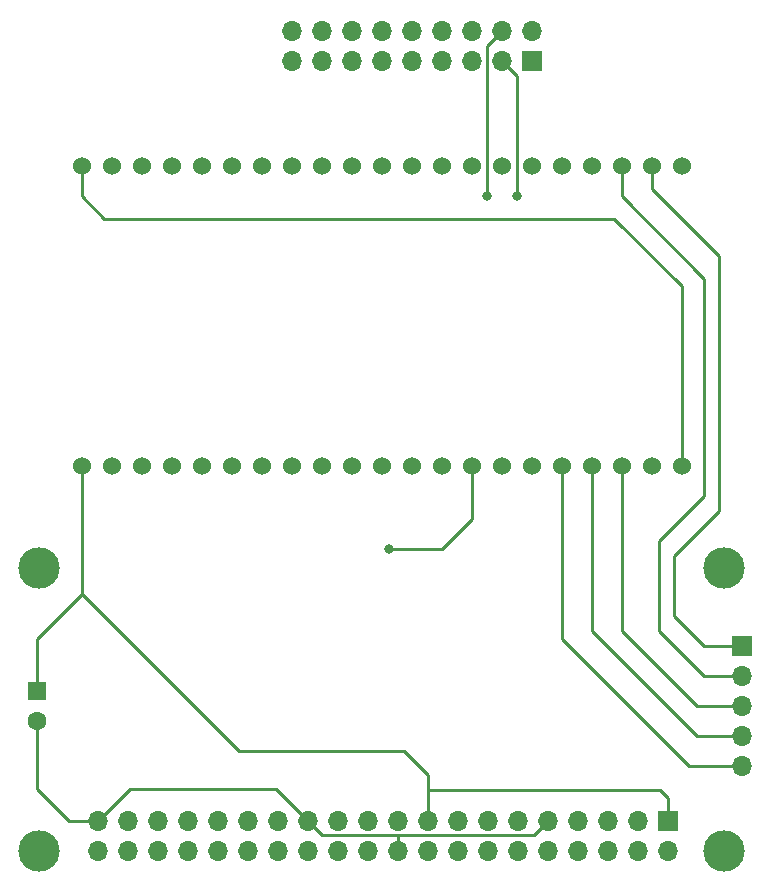
<source format=gbr>
%TF.GenerationSoftware,KiCad,Pcbnew,6.0.8-f2edbf62ab~116~ubuntu20.04.1*%
%TF.CreationDate,2022-10-24T22:15:29-06:00*%
%TF.ProjectId,seedsigner-esp32-dev-board,73656564-7369-4676-9e65-722d65737033,rev?*%
%TF.SameCoordinates,Original*%
%TF.FileFunction,Copper,L2,Bot*%
%TF.FilePolarity,Positive*%
%FSLAX46Y46*%
G04 Gerber Fmt 4.6, Leading zero omitted, Abs format (unit mm)*
G04 Created by KiCad (PCBNEW 6.0.8-f2edbf62ab~116~ubuntu20.04.1) date 2022-10-24 22:15:29*
%MOMM*%
%LPD*%
G01*
G04 APERTURE LIST*
%TA.AperFunction,ComponentPad*%
%ADD10O,1.700000X1.700000*%
%TD*%
%TA.AperFunction,ComponentPad*%
%ADD11R,1.700000X1.700000*%
%TD*%
%TA.AperFunction,WasherPad*%
%ADD12C,3.500000*%
%TD*%
%TA.AperFunction,ComponentPad*%
%ADD13R,1.600000X1.600000*%
%TD*%
%TA.AperFunction,ComponentPad*%
%ADD14C,1.600000*%
%TD*%
%TA.AperFunction,ComponentPad*%
%ADD15C,1.530000*%
%TD*%
%TA.AperFunction,ViaPad*%
%ADD16C,0.800000*%
%TD*%
%TA.AperFunction,Conductor*%
%ADD17C,0.250000*%
%TD*%
G04 APERTURE END LIST*
D10*
%TO.P,U3,40,GPIO21*%
%TO.N,/KEY1*%
X11540000Y5540000D03*
%TO.P,U3,39,GND*%
%TO.N,GND*%
X11540000Y8080000D03*
%TO.P,U3,38,GPIO20*%
%TO.N,/KEY2*%
X14080000Y5540000D03*
%TO.P,U3,37,GPIO26*%
%TO.N,/JOYSTICK_RIGHT*%
X14080000Y8080000D03*
%TO.P,U3,36,GPIO16*%
%TO.N,/KEY3*%
X16620000Y5540000D03*
%TO.P,U3,35,GPIO19*%
%TO.N,/JOYSTICK_DOWN*%
X16620000Y8080000D03*
%TO.P,U3,34,GND*%
%TO.N,GND*%
X19160000Y5540000D03*
%TO.P,U3,33,GPIO13*%
%TO.N,/JOYSTICK_PRESS*%
X19160000Y8080000D03*
%TO.P,U3,32,GPIO12*%
%TO.N,unconnected-(U3-Pad32)*%
X21700000Y5540000D03*
%TO.P,U3,31,GPIO6*%
%TO.N,/JOYSTICK_UP*%
X21700000Y8080000D03*
%TO.P,U3,30,GND*%
%TO.N,GND*%
X24240000Y5540000D03*
%TO.P,U3,29,GPIO5*%
%TO.N,/JOYSTICK_LEFT*%
X24240000Y8080000D03*
%TO.P,U3,28,ID_SC*%
%TO.N,unconnected-(U3-Pad28)*%
X26780000Y5540000D03*
%TO.P,U3,27,ID_SD*%
%TO.N,unconnected-(U3-Pad27)*%
X26780000Y8080000D03*
%TO.P,U3,26,GPIO7/~{SPI_CE1}*%
%TO.N,unconnected-(U3-Pad26)*%
X29320000Y5540000D03*
%TO.P,U3,25,GND*%
%TO.N,GND*%
X29320000Y8080000D03*
%TO.P,U3,24,GPIO8/~{SPI_CE0}*%
%TO.N,/SPI_CS*%
X31860000Y5540000D03*
%TO.P,U3,23,GPIO11/SPI_SCLK*%
%TO.N,/SPI_SCLK*%
X31860000Y8080000D03*
%TO.P,U3,22,GPIO25/GPIO_GEN6*%
%TO.N,/DC*%
X34400000Y5540000D03*
%TO.P,U3,21,GPIO9/SPI_MISO*%
%TO.N,unconnected-(U3-Pad21)*%
X34400000Y8080000D03*
%TO.P,U3,20,GND*%
%TO.N,GND*%
X36940000Y5540000D03*
%TO.P,U3,19,GPIO10/SPI_MOSI*%
%TO.N,/SPI_MOSI*%
X36940000Y8080000D03*
%TO.P,U3,18,GPIO24/GPIO_GEN5*%
%TO.N,unconnected-(U3-Pad18)*%
X39480000Y5540000D03*
%TO.P,U3,17,3V3*%
%TO.N,+3.3V*%
X39480000Y8080000D03*
%TO.P,U3,16,GPIO23/GPIO_GEN4*%
%TO.N,unconnected-(U3-Pad16)*%
X42020000Y5540000D03*
%TO.P,U3,15,GPIO22/GPIO_GEN3*%
%TO.N,unconnected-(U3-Pad15)*%
X42020000Y8080000D03*
%TO.P,U3,14,GND*%
%TO.N,GND*%
X44560000Y5540000D03*
%TO.P,U3,13,GPIO27/GPIO_GEN2*%
%TO.N,unconnected-(U3-Pad13)*%
X44560000Y8080000D03*
%TO.P,U3,12,GPIO18/GPIO_GEN1*%
%TO.N,unconnected-(U3-Pad12)*%
X47100000Y5540000D03*
%TO.P,U3,11,GPIO17/GPIO_GEN0*%
%TO.N,/RST*%
X47100000Y8080000D03*
%TO.P,U3,10,RXD0/GPIO15*%
%TO.N,unconnected-(U3-Pad10)*%
X49640000Y5540000D03*
%TO.P,U3,9,GND*%
%TO.N,GND*%
X49640000Y8080000D03*
%TO.P,U3,8,TXD0/GPIO14*%
%TO.N,unconnected-(U3-Pad8)*%
X52180000Y5540000D03*
%TO.P,U3,7,GPIO4/GPIO_GCKL*%
%TO.N,unconnected-(U3-Pad7)*%
X52180000Y8080000D03*
%TO.P,U3,6,GND*%
%TO.N,GND*%
X54720000Y5540000D03*
%TO.P,U3,5,GPIO3/SCL1*%
%TO.N,unconnected-(U3-Pad5)*%
X54720000Y8080000D03*
%TO.P,U3,4,5V0*%
%TO.N,Net-(U3-Pad2)*%
X57260000Y5540000D03*
%TO.P,U3,3,GPIO2/SDA1*%
%TO.N,unconnected-(U3-Pad3)*%
X57260000Y8080000D03*
%TO.P,U3,2,5V0*%
%TO.N,Net-(U3-Pad2)*%
X59800000Y5540000D03*
D11*
%TO.P,U3,1,3V3*%
%TO.N,+3.3V*%
X59800000Y8080000D03*
D12*
%TO.P,U3,*%
%TO.N,*%
X6560000Y5540000D03*
X64560000Y5540000D03*
X64560000Y29540000D03*
X6560000Y29540000D03*
%TD*%
D13*
%TO.P,C1,1*%
%TO.N,+3.3V*%
X6350000Y19050000D03*
D14*
%TO.P,C1,2*%
%TO.N,GND*%
X6350000Y16550000D03*
%TD*%
D11*
%TO.P,J1,1,Pin_1*%
%TO.N,/XTRA1*%
X66040000Y22860000D03*
D10*
%TO.P,J1,2,Pin_2*%
%TO.N,/XTRA2*%
X66040000Y20320000D03*
%TO.P,J1,3,Pin_3*%
%TO.N,/XTRA3*%
X66040000Y17780000D03*
%TO.P,J1,4,Pin_4*%
%TO.N,/XTRA4*%
X66040000Y15240000D03*
%TO.P,J1,5,Pin_5*%
%TO.N,/XTRA5*%
X66040000Y12700000D03*
%TD*%
D15*
%TO.P,U1,0,GPIO0*%
%TO.N,/KEY3*%
X12700000Y38100000D03*
%TO.P,U1,1,GPIO1*%
%TO.N,/KEY2*%
X15240000Y38100000D03*
%TO.P,U1,2,GPIO2*%
%TO.N,/KEY1*%
X17780000Y38100000D03*
%TO.P,U1,3,GPIO3*%
%TO.N,/JOYSTICK_RIGHT*%
X20320000Y38100000D03*
%TO.P,U1,3V3,VDD33*%
%TO.N,+3.3V*%
X10160000Y38100000D03*
%TO.P,U1,4,GPIO4*%
%TO.N,/JOYSTICK_DOWN*%
X22860000Y38100000D03*
%TO.P,U1,5,GPIO5*%
%TO.N,/JOYSTICK_PRESS*%
X25400000Y38100000D03*
%TO.P,U1,5V,+5V*%
%TO.N,+5V*%
X58420000Y38100000D03*
%TO.P,U1,6,GPIO6*%
%TO.N,/JOYSTICK_UP*%
X27940000Y38100000D03*
%TO.P,U1,7,GPIO7*%
%TO.N,/JOYSTICK_LEFT*%
X30480000Y38100000D03*
%TO.P,U1,8,GPIO8*%
%TO.N,/SDA*%
X33020000Y38100000D03*
%TO.P,U1,9,GPIO9*%
%TO.N,/SCL*%
X35560000Y38100000D03*
%TO.P,U1,10,GPIO10*%
%TO.N,/SPI_CS*%
X38100000Y38100000D03*
%TO.P,U1,11,GPIO11*%
%TO.N,/SPI_MOSI*%
X40640000Y38100000D03*
%TO.P,U1,12,GPIO12*%
%TO.N,/SPI_SCLK*%
X43180000Y38100000D03*
%TO.P,U1,13,GPIO13*%
%TO.N,/DC*%
X45720000Y38100000D03*
%TO.P,U1,14,GPIO14*%
%TO.N,/RST*%
X48260000Y38100000D03*
%TO.P,U1,15,GPIO15*%
%TO.N,/XTRA5*%
X50800000Y38100000D03*
%TO.P,U1,16,GPIO16*%
%TO.N,/XTRA4*%
X53340000Y38100000D03*
%TO.P,U1,17,GPIO17*%
%TO.N,/XTRA3*%
X55880000Y38100000D03*
%TO.P,U1,18,EXT_GPIO18*%
%TO.N,unconnected-(U1-Pad18)*%
X60960000Y63500000D03*
%TO.P,U1,19,GPIO19*%
%TO.N,/XTRA1*%
X58420000Y63500000D03*
%TO.P,U1,20,GPIO20*%
%TO.N,/XTRA2*%
X55880000Y63500000D03*
%TO.P,U1,21,GPIO21*%
%TO.N,/VSYNC*%
X53340000Y63500000D03*
%TO.P,U1,26,GPIO26*%
%TO.N,/HREF*%
X50800000Y63500000D03*
%TO.P,U1,33,GPIO33*%
%TO.N,/PCLK*%
X48260000Y63500000D03*
%TO.P,U1,34,GPIO34*%
%TO.N,/XCLK*%
X45720000Y63500000D03*
%TO.P,U1,35,GPIO35*%
%TO.N,/D9*%
X43180000Y63500000D03*
%TO.P,U1,36,GPIO36*%
%TO.N,/D8*%
X40640000Y63500000D03*
%TO.P,U1,37,GPIO37*%
%TO.N,/D7*%
X38100000Y63500000D03*
%TO.P,U1,38,GPIO38*%
%TO.N,/D6*%
X35560000Y63500000D03*
%TO.P,U1,39,GPIO39*%
%TO.N,/D5*%
X33020000Y63500000D03*
%TO.P,U1,40,GPIO40*%
%TO.N,/D4*%
X30480000Y63500000D03*
%TO.P,U1,41,GPIO41*%
%TO.N,/D3*%
X27940000Y63500000D03*
%TO.P,U1,42,GPIO42*%
%TO.N,/D2*%
X25400000Y63500000D03*
%TO.P,U1,45,GPIO45*%
%TO.N,unconnected-(U1-Pad45)*%
X17780000Y63500000D03*
%TO.P,U1,46,GPIO46*%
%TO.N,unconnected-(U1-Pad46)*%
X15240000Y63500000D03*
%TO.P,U1,GND_1,GND*%
%TO.N,GND*%
X60960000Y38100000D03*
%TO.P,U1,GND_2,GND*%
X10160000Y63500000D03*
%TO.P,U1,RST,CHIP_PU*%
%TO.N,unconnected-(U1-PadRST)*%
X12700000Y63500000D03*
%TO.P,U1,RX,U0RXD*%
%TO.N,unconnected-(U1-PadRX)*%
X20320000Y63500000D03*
%TO.P,U1,TX,U0TXD*%
%TO.N,unconnected-(U1-PadTX)*%
X22860000Y63500000D03*
%TD*%
D11*
%TO.P,U2,1,3.3V*%
%TO.N,+3.3V*%
X48260000Y72390000D03*
D10*
%TO.P,U2,2,GND*%
%TO.N,GND*%
X48260000Y74930000D03*
%TO.P,U2,3,SIOC*%
%TO.N,/SCL*%
X45720000Y72390000D03*
%TO.P,U2,4,SIOD*%
%TO.N,/SDA*%
X45720000Y74930000D03*
%TO.P,U2,5,VSYNC*%
%TO.N,/VSYNC*%
X43180000Y72390000D03*
%TO.P,U2,6,HREF*%
%TO.N,/HREF*%
X43180000Y74930000D03*
%TO.P,U2,7,PCLK*%
%TO.N,/PCLK*%
X40640000Y72390000D03*
%TO.P,U2,8,XCLK*%
%TO.N,/XCLK*%
X40640000Y74930000D03*
%TO.P,U2,9,D9*%
%TO.N,/D9*%
X38100000Y72390000D03*
%TO.P,U2,10,D8*%
%TO.N,/D8*%
X38100000Y74930000D03*
%TO.P,U2,11,D7*%
%TO.N,/D7*%
X35560000Y72390000D03*
%TO.P,U2,12,D6*%
%TO.N,/D6*%
X35560000Y74930000D03*
%TO.P,U2,13,D5*%
%TO.N,/D5*%
X33020000Y72390000D03*
%TO.P,U2,14,D4*%
%TO.N,/D4*%
X33020000Y74930000D03*
%TO.P,U2,15,D3*%
%TO.N,/D3*%
X30480000Y72390000D03*
%TO.P,U2,16,D2*%
%TO.N,/D2*%
X30480000Y74930000D03*
%TO.P,U2,17,RET*%
%TO.N,unconnected-(U2-Pad17)*%
X27940000Y72390000D03*
%TO.P,U2,18,PDWN*%
%TO.N,unconnected-(U2-Pad18)*%
X27940000Y74930000D03*
%TD*%
D16*
%TO.N,/SDA*%
X44450000Y60960000D03*
%TO.N,/SCL*%
X46990000Y60960000D03*
%TO.N,/SPI_SCLK*%
X36195000Y31115000D03*
%TD*%
D17*
%TO.N,GND*%
X10160000Y63500000D02*
X10160000Y60960000D01*
X60960000Y53340000D02*
X60960000Y38100000D01*
X10160000Y60960000D02*
X12065000Y59055000D01*
X12065000Y59055000D02*
X55245000Y59055000D01*
X55245000Y59055000D02*
X60960000Y53340000D01*
X30495000Y6905000D02*
X36910000Y6905000D01*
X36910000Y6905000D02*
X48465000Y6905000D01*
X36940000Y5540000D02*
X36940000Y6875000D01*
X36940000Y6875000D02*
X36910000Y6905000D01*
X29320000Y8080000D02*
X30495000Y6905000D01*
X48465000Y6905000D02*
X49640000Y8080000D01*
X11540000Y8080000D02*
X14255000Y10795000D01*
X14255000Y10795000D02*
X26605000Y10795000D01*
X26605000Y10795000D02*
X29320000Y8080000D01*
%TO.N,+3.3V*%
X6350000Y23495000D02*
X10160000Y27305000D01*
X6350000Y19050000D02*
X6350000Y23495000D01*
%TO.N,GND*%
X6350000Y16550000D02*
X6350000Y10795000D01*
X6350000Y10795000D02*
X9065000Y8080000D01*
X9065000Y8080000D02*
X11540000Y8080000D01*
%TO.N,/XTRA1*%
X60325000Y25400000D02*
X62865000Y22860000D01*
X60325000Y30480000D02*
X60325000Y25400000D01*
X64135000Y55880000D02*
X64135000Y34290000D01*
X62865000Y22860000D02*
X66040000Y22860000D01*
X58420000Y63500000D02*
X58420000Y61595000D01*
X58420000Y61595000D02*
X64135000Y55880000D01*
X64135000Y34290000D02*
X60325000Y30480000D01*
%TO.N,/XTRA2*%
X62865000Y53975000D02*
X55880000Y60960000D01*
X62865000Y35560000D02*
X62865000Y53975000D01*
X55880000Y60960000D02*
X55880000Y63500000D01*
X66040000Y20320000D02*
X62865000Y20320000D01*
X62865000Y20320000D02*
X59055000Y24130000D01*
X59055000Y24130000D02*
X59055000Y31750000D01*
X59055000Y31750000D02*
X62865000Y35560000D01*
%TO.N,/XTRA3*%
X55880000Y24130000D02*
X62230000Y17780000D01*
X55880000Y38100000D02*
X55880000Y24130000D01*
X62230000Y17780000D02*
X66040000Y17780000D01*
%TO.N,/XTRA4*%
X53340000Y24130000D02*
X62230000Y15240000D01*
X53340000Y38100000D02*
X53340000Y24130000D01*
X62230000Y15240000D02*
X66040000Y15240000D01*
%TO.N,/XTRA5*%
X50800000Y23495000D02*
X61595000Y12700000D01*
X50800000Y38100000D02*
X50800000Y23495000D01*
X61595000Y12700000D02*
X66040000Y12700000D01*
%TO.N,+3.3V*%
X39480000Y11955000D02*
X39480000Y10685000D01*
X59165000Y10685000D02*
X59800000Y10050000D01*
X39480000Y10685000D02*
X59165000Y10685000D01*
X39480000Y10685000D02*
X39480000Y8080000D01*
X59800000Y10050000D02*
X59800000Y8080000D01*
X23495000Y13970000D02*
X37465000Y13970000D01*
X10160000Y38100000D02*
X10160000Y27305000D01*
X37465000Y13970000D02*
X39480000Y11955000D01*
X10160000Y27305000D02*
X23495000Y13970000D01*
%TO.N,/SDA*%
X44450000Y60960000D02*
X44450000Y73660000D01*
X44450000Y73660000D02*
X45720000Y74930000D01*
%TO.N,/SCL*%
X46990000Y71120000D02*
X45720000Y72390000D01*
X46990000Y60960000D02*
X46990000Y71120000D01*
%TO.N,/SPI_SCLK*%
X43180000Y33655000D02*
X43180000Y38100000D01*
X40640000Y31115000D02*
X43180000Y33655000D01*
X36195000Y31115000D02*
X40640000Y31115000D01*
%TD*%
M02*

</source>
